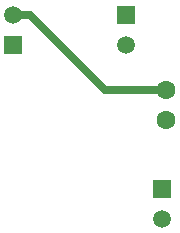
<source format=gbr>
G04 Layer_Physical_Order=2*
G04 Layer_Color=16711680*
%FSLAX26Y26*%
%MOIN*%
%TF.FileFunction,Copper,L2,Bot,Signal*%
%TF.Part,Single*%
G01*
G75*
%TA.AperFunction,Conductor*%
%ADD16C,0.025000*%
%TA.AperFunction,ComponentPad*%
%ADD19C,0.059055*%
%ADD20R,0.059055X0.059055*%
%ADD21C,0.062992*%
D16*
X1512000Y1555000D02*
X1715000D01*
X1262000Y1805000D02*
X1512000Y1555000D01*
X1205000Y1805000D02*
X1262000D01*
D19*
X1205000D02*
D03*
X1700000Y1125000D02*
D03*
X1580000Y1705000D02*
D03*
D20*
X1205000D02*
D03*
X1700000Y1225000D02*
D03*
X1580000Y1805000D02*
D03*
D21*
X1715000Y1455000D02*
D03*
Y1555000D02*
D03*
%TF.MD5,C174850BD95EE6B16810BDA8831A4E28*%
M02*

</source>
